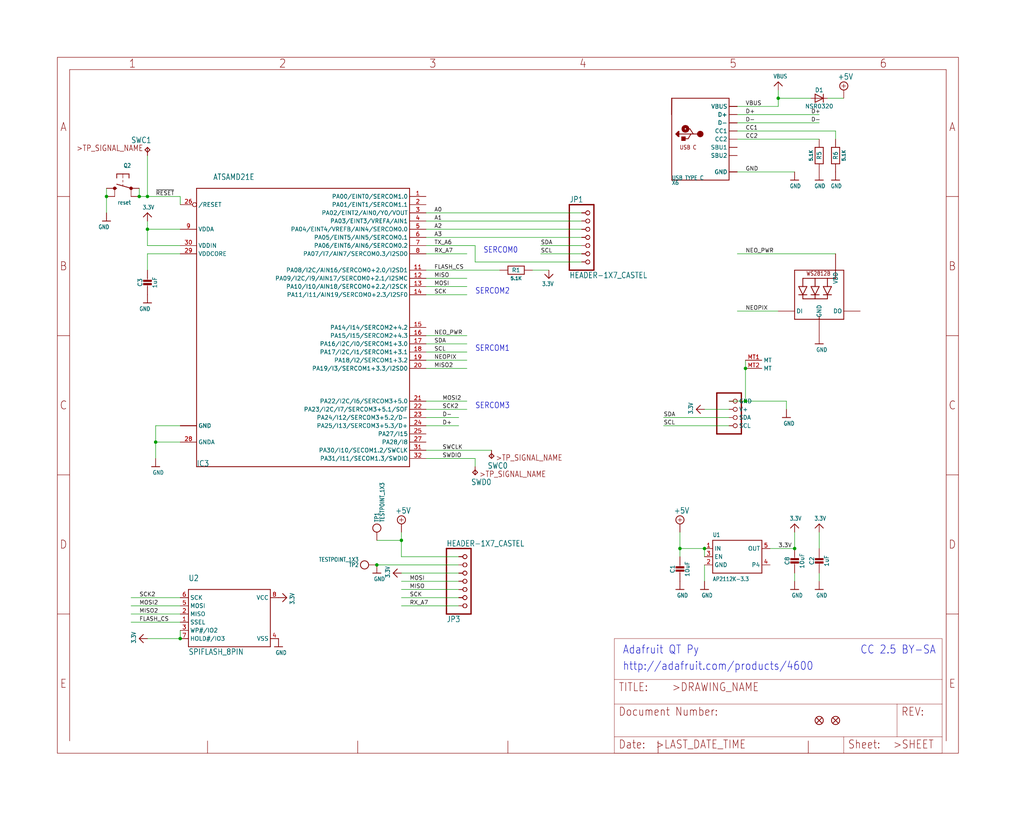
<source format=kicad_sch>
(kicad_sch (version 20211123) (generator eeschema)
  (paper "User" 317.5 254.406)
  (lib_symbols
    (symbol "eagleSchem-eagle-import:+5V" (power)
      (property "Value" "+5V" (at -1.905 3.175 0))
      (symbol "+5V_1_0"
        (polyline (pts (xy -0.635 1.27) (xy 0.635 1.27)) (stroke (width 0.1524)))
        (polyline (pts (xy 0 0.635) (xy 0 1.905)) (stroke (width 0.1524)))
        (circle (center 0 1.27) (radius 1.27) (stroke (width 0.254)))
        (pin power_in line (at 0 -2.54 90) (length 2.54) (name "+5V") (number "1"))
      )
    )
    (symbol "eagleSchem-eagle-import:3.3V" (power)
      (property "Value" "3.3V" (at -1.524 1.016 0))
      (symbol "3.3V_1_0"
        (polyline (pts (xy -1.27 -1.27) (xy 0 0)) (stroke (width 0.254)))
        (polyline (pts (xy 0 0) (xy 1.27 -1.27)) (stroke (width 0.254)))
        (pin power_in line (at 0 -2.54 90) (length 2.54) (name "3.3V") (number "1"))
      )
    )
    (symbol "eagleSchem-eagle-import:ATSAMD21E"
      (property "Reference" "IC" (at -35.56 -43.18 0))
      (property "Value" "ATSAMD21E" (at -30.48 45.72 0))
      (symbol "ATSAMD21E_1_0"
        (polyline (pts (xy -35.56 -43.18) (xy -35.56 43.18)) (stroke (width 0.254)))
        (polyline (pts (xy -35.56 43.18) (xy 30.48 43.18)) (stroke (width 0.254)))
        (polyline (pts (xy 30.48 -43.18) (xy -35.56 -43.18)) (stroke (width 0.254)))
        (polyline (pts (xy 30.48 43.18) (xy 30.48 -43.18)) (stroke (width 0.254)))
        (pin bidirectional line (at 35.56 40.64 180) (length 5.08) (name "PA00/EINT0/SERCOM1.0") (number "1"))
        (pin power_in line (at -40.64 -30.48 0) (length 5.08) (name "GND") (number "10"))
        (pin bidirectional line (at 35.56 17.78 180) (length 5.08) (name "PA08/I2C/AIN16/SERCOM0+2.0/I2SD1") (number "11"))
        (pin bidirectional line (at 35.56 15.24 180) (length 5.08) (name "PA09/I2C/I9/AIN17/SERCOM0+2.1/I2SMC") (number "12"))
        (pin bidirectional line (at 35.56 12.7 180) (length 5.08) (name "PA10/I10/AIN18/SERCOM0+2.2/I2SCK") (number "13"))
        (pin bidirectional line (at 35.56 10.16 180) (length 5.08) (name "PA11/I11/AIN19/SERCOM0+2.3/I2SF0") (number "14"))
        (pin bidirectional line (at 35.56 0 180) (length 5.08) (name "PA14/I14/SERCOM2+4.2") (number "15"))
        (pin bidirectional line (at 35.56 -2.54 180) (length 5.08) (name "PA15/I15/SERCOM2+4.3") (number "16"))
        (pin bidirectional line (at 35.56 -5.08 180) (length 5.08) (name "PA16/I2C/I0/SERCOM1+3.0") (number "17"))
        (pin bidirectional line (at 35.56 -7.62 180) (length 5.08) (name "PA17/I2C/I1/SERCOM1+3.1") (number "18"))
        (pin bidirectional line (at 35.56 -10.16 180) (length 5.08) (name "PA18/I2/SERCOM1+3.2") (number "19"))
        (pin bidirectional line (at 35.56 38.1 180) (length 5.08) (name "PA01/EINT1/SERCOM1.1") (number "2"))
        (pin bidirectional line (at 35.56 -12.7 180) (length 5.08) (name "PA19/I3/SERCOM1+3.3/I2SD0") (number "20"))
        (pin bidirectional line (at 35.56 -22.86 180) (length 5.08) (name "PA22/I2C/I6/SERCOM3+5.0") (number "21"))
        (pin bidirectional line (at 35.56 -25.4 180) (length 5.08) (name "PA23/I2C/I7/SERCOM3+5.1/SOF") (number "22"))
        (pin bidirectional line (at 35.56 -27.94 180) (length 5.08) (name "PA24/I12/SERCOM3+5.2/D-") (number "23"))
        (pin bidirectional line (at 35.56 -30.48 180) (length 5.08) (name "PA25/I13/SERCOM3+5.3/D+") (number "24"))
        (pin bidirectional line (at 35.56 -33.02 180) (length 5.08) (name "PA27/I15") (number "25"))
        (pin bidirectional inverted (at -40.64 38.1 0) (length 5.08) (name "/RESET") (number "26"))
        (pin bidirectional line (at 35.56 -35.56 180) (length 5.08) (name "PA28/I8") (number "27"))
        (pin power_in line (at -40.64 -35.56 0) (length 5.08) (name "GNDA") (number "28"))
        (pin power_in line (at -40.64 22.86 0) (length 5.08) (name "VDDCORE") (number "29"))
        (pin bidirectional line (at 35.56 35.56 180) (length 5.08) (name "PA02/EINT2/AIN0/Y0/VOUT") (number "3"))
        (pin power_in line (at -40.64 25.4 0) (length 5.08) (name "VDDIN") (number "30"))
        (pin bidirectional line (at 35.56 -38.1 180) (length 5.08) (name "PA30/I10/SECOM1.2/SWCLK") (number "31"))
        (pin bidirectional line (at 35.56 -40.64 180) (length 5.08) (name "PA31/I11/SECOM1.3/SWDIO") (number "32"))
        (pin power_in line (at -40.64 -30.48 0) (length 5.08) (name "GND") (number "33"))
        (pin bidirectional line (at 35.56 33.02 180) (length 5.08) (name "PA03/EINT3/VREFA/AIN1") (number "4"))
        (pin bidirectional line (at 35.56 30.48 180) (length 5.08) (name "PA04/EINT4/VREFB/AIN4/SERCOM0.0") (number "5"))
        (pin bidirectional line (at 35.56 27.94 180) (length 5.08) (name "PA05/EINT5/AIN5/SERCOM0.1") (number "6"))
        (pin bidirectional line (at 35.56 25.4 180) (length 5.08) (name "PA06/EINT6/AIN6/SERCOM0.2") (number "7"))
        (pin bidirectional line (at 35.56 22.86 180) (length 5.08) (name "PA07/I7/AIN7/SERCOM0.3/I2SD0") (number "8"))
        (pin power_in line (at -40.64 30.48 0) (length 5.08) (name "VDDA") (number "9"))
      )
    )
    (symbol "eagleSchem-eagle-import:CAP_CERAMIC_0402NO"
      (property "Reference" "C" (at -2.29 1.25 90))
      (property "Value" "CAP_CERAMIC_0402NO" (at 2.3 1.25 90))
      (symbol "CAP_CERAMIC_0402NO_1_0"
        (rectangle (start -1.27 0.508) (end 1.27 1.016) (fill (type outline)))
        (rectangle (start -1.27 1.524) (end 1.27 2.032) (fill (type outline)))
        (polyline (pts (xy 0 0.762) (xy 0 0)) (stroke (width 0.1524)))
        (polyline (pts (xy 0 2.54) (xy 0 1.778)) (stroke (width 0.1524)))
        (pin passive line (at 0 5.08 270) (length 2.54) (name "1") (number "1"))
        (pin passive line (at 0 -2.54 90) (length 2.54) (name "2") (number "2"))
      )
    )
    (symbol "eagleSchem-eagle-import:CAP_CERAMIC_0805MP"
      (property "Reference" "C" (at -2.29 1.25 90))
      (property "Value" "CAP_CERAMIC_0805MP" (at 2.3 1.25 90))
      (symbol "CAP_CERAMIC_0805MP_1_0"
        (rectangle (start -1.27 0.508) (end 1.27 1.016) (fill (type outline)))
        (rectangle (start -1.27 1.524) (end 1.27 2.032) (fill (type outline)))
        (polyline (pts (xy 0 0.762) (xy 0 0)) (stroke (width 0.1524)))
        (polyline (pts (xy 0 2.54) (xy 0 1.778)) (stroke (width 0.1524)))
        (pin passive line (at 0 5.08 270) (length 2.54) (name "1") (number "1"))
        (pin passive line (at 0 -2.54 90) (length 2.54) (name "2") (number "2"))
      )
    )
    (symbol "eagleSchem-eagle-import:DIODE_SOD323MINI"
      (property "Reference" "D" (at 0 2.54 0))
      (property "Value" "DIODE_SOD323MINI" (at 0 -2.5 0))
      (symbol "DIODE_SOD323MINI_1_0"
        (polyline (pts (xy -1.27 -1.27) (xy 1.27 0)) (stroke (width 0.254)))
        (polyline (pts (xy -1.27 1.27) (xy -1.27 -1.27)) (stroke (width 0.254)))
        (polyline (pts (xy 1.27 0) (xy -1.27 1.27)) (stroke (width 0.254)))
        (polyline (pts (xy 1.27 0) (xy 1.27 -1.27)) (stroke (width 0.254)))
        (polyline (pts (xy 1.27 1.27) (xy 1.27 0)) (stroke (width 0.254)))
        (pin passive line (at -2.54 0 0) (length 2.54) (name "A") (number "A"))
        (pin passive line (at 2.54 0 180) (length 2.54) (name "C") (number "C"))
      )
    )
    (symbol "eagleSchem-eagle-import:FIDUCIAL_1MM"
      (symbol "FIDUCIAL_1MM_1_0"
        (polyline (pts (xy -0.762 0.762) (xy 0.762 -0.762)) (stroke (width 0.254)))
        (polyline (pts (xy 0.762 0.762) (xy -0.762 -0.762)) (stroke (width 0.254)))
        (circle (center 0 0) (radius 1.27) (stroke (width 0.254)))
      )
    )
    (symbol "eagleSchem-eagle-import:FRAME_A_L"
      (symbol "FRAME_A_L_1_0"
        (polyline (pts (xy 0 43.18) (xy 3.81 43.18)))
        (polyline (pts (xy 0 86.36) (xy 3.81 86.36)))
        (polyline (pts (xy 0 129.54) (xy 3.81 129.54)))
        (polyline (pts (xy 0 172.72) (xy 3.81 172.72)))
        (polyline (pts (xy 3.81 3.81) (xy 3.81 212.09)))
        (polyline (pts (xy 46.5667 0) (xy 46.5667 3.81)))
        (polyline (pts (xy 93.1333 0) (xy 93.1333 3.81)))
        (polyline (pts (xy 139.7 0) (xy 139.7 3.81)))
        (polyline (pts (xy 186.2667 0) (xy 186.2667 3.81)))
        (polyline (pts (xy 232.8333 0) (xy 232.8333 3.81)))
        (polyline (pts (xy 275.59 3.81) (xy 275.59 212.09)))
        (polyline (pts (xy 275.59 43.18) (xy 279.4 43.18)))
        (polyline (pts (xy 275.59 86.36) (xy 279.4 86.36)))
        (polyline (pts (xy 275.59 129.54) (xy 279.4 129.54)))
        (polyline (pts (xy 275.59 172.72) (xy 279.4 172.72)))
        (polyline (pts (xy 275.59 212.09) (xy 3.81 212.09)))
        (polyline (pts (xy 0 0) (xy 279.4 0) (xy 279.4 215.9) (xy 0 215.9) (xy 0 0)))
        (text "1" (at 23.2833 213.995 0) (effects (font (size 2.54 2.286))))
        (text "2" (at 69.85 213.995 0) (effects (font (size 2.54 2.286))))
        (text "3" (at 116.4167 213.995 0) (effects (font (size 2.54 2.286))))
        (text "4" (at 162.9833 213.995 0) (effects (font (size 2.54 2.286))))
        (text "5" (at 209.55 213.995 0) (effects (font (size 2.54 2.286))))
        (text "6" (at 256.1167 213.995 0) (effects (font (size 2.54 2.286))))
        (text "A" (at 1.905 194.31 0) (effects (font (size 2.54 2.286))))
        (text "A" (at 277.495 194.31 0) (effects (font (size 2.54 2.286))))
        (text "B" (at 1.905 151.13 0) (effects (font (size 2.54 2.286))))
        (text "B" (at 277.495 151.13 0) (effects (font (size 2.54 2.286))))
        (text "C" (at 1.905 107.95 0) (effects (font (size 2.54 2.286))))
        (text "C" (at 277.495 107.95 0) (effects (font (size 2.54 2.286))))
        (text "D" (at 1.905 64.77 0) (effects (font (size 2.54 2.286))))
        (text "D" (at 277.495 64.77 0) (effects (font (size 2.54 2.286))))
        (text "E" (at 1.905 21.59 0) (effects (font (size 2.54 2.286))))
        (text "E" (at 277.495 21.59 0) (effects (font (size 2.54 2.286))))
      )
      (symbol "FRAME_A_L_2_0"
        (polyline (pts (xy 0 0) (xy 0 5.08)) (stroke (width 0.1016)))
        (polyline (pts (xy 0 0) (xy 71.12 0)) (stroke (width 0.1016)))
        (polyline (pts (xy 0 5.08) (xy 0 15.24)) (stroke (width 0.1016)))
        (polyline (pts (xy 0 5.08) (xy 71.12 5.08)) (stroke (width 0.1016)))
        (polyline (pts (xy 0 15.24) (xy 0 22.86)) (stroke (width 0.1016)))
        (polyline (pts (xy 0 22.86) (xy 0 35.56)) (stroke (width 0.1016)))
        (polyline (pts (xy 0 22.86) (xy 101.6 22.86)) (stroke (width 0.1016)))
        (polyline (pts (xy 71.12 0) (xy 101.6 0)) (stroke (width 0.1016)))
        (polyline (pts (xy 71.12 5.08) (xy 71.12 0)) (stroke (width 0.1016)))
        (polyline (pts (xy 71.12 5.08) (xy 87.63 5.08)) (stroke (width 0.1016)))
        (polyline (pts (xy 87.63 5.08) (xy 101.6 5.08)) (stroke (width 0.1016)))
        (polyline (pts (xy 87.63 15.24) (xy 0 15.24)) (stroke (width 0.1016)))
        (polyline (pts (xy 87.63 15.24) (xy 87.63 5.08)) (stroke (width 0.1016)))
        (polyline (pts (xy 101.6 5.08) (xy 101.6 0)) (stroke (width 0.1016)))
        (polyline (pts (xy 101.6 15.24) (xy 87.63 15.24)) (stroke (width 0.1016)))
        (polyline (pts (xy 101.6 15.24) (xy 101.6 5.08)) (stroke (width 0.1016)))
        (polyline (pts (xy 101.6 22.86) (xy 101.6 15.24)) (stroke (width 0.1016)))
        (polyline (pts (xy 101.6 35.56) (xy 0 35.56)) (stroke (width 0.1016)))
        (polyline (pts (xy 101.6 35.56) (xy 101.6 22.86)) (stroke (width 0.1016)))
        (text ">DRAWING_NAME" (at 17.78 19.05 0) (effects (font (size 2.54 2.159)) (justify left bottom)))
        (text ">LAST_DATE_TIME" (at 12.7 1.27 0) (effects (font (size 2.54 2.159)) (justify left bottom)))
        (text ">SHEET" (at 86.36 1.27 0) (effects (font (size 2.54 2.159)) (justify left bottom)))
        (text "Date:" (at 1.27 1.27 0) (effects (font (size 2.54 2.159)) (justify left bottom)))
        (text "Document Number:" (at 1.27 11.43 0) (effects (font (size 2.54 2.159)) (justify left bottom)))
        (text "REV:" (at 88.9 11.43 0) (effects (font (size 2.54 2.159)) (justify left bottom)))
        (text "Sheet:" (at 72.39 1.27 0) (effects (font (size 2.54 2.159)) (justify left bottom)))
        (text "TITLE:" (at 1.27 19.05 0) (effects (font (size 2.54 2.159)) (justify left bottom)))
      )
    )
    (symbol "eagleSchem-eagle-import:GND" (power)
      (property "Value" "GND" (at -1.524 -2.54 0))
      (symbol "GND_1_0"
        (polyline (pts (xy -1.27 0) (xy 1.27 0)) (stroke (width 0.254)))
        (pin power_in line (at 0 2.54 270) (length 2.54) (name "GND") (number "1"))
      )
    )
    (symbol "eagleSchem-eagle-import:HEADER-1X7_CASTEL"
      (property "Reference" "JP" (at -6.35 10.795 0))
      (property "Value" "HEADER-1X7_CASTEL" (at -6.35 -12.7 0))
      (symbol "HEADER-1X7_CASTEL_1_0"
        (polyline (pts (xy -6.35 -10.16) (xy 1.27 -10.16)) (stroke (width 0.4064)))
        (polyline (pts (xy -6.35 10.16) (xy -6.35 -10.16)) (stroke (width 0.4064)))
        (polyline (pts (xy 1.27 -10.16) (xy 1.27 10.16)) (stroke (width 0.4064)))
        (polyline (pts (xy 1.27 10.16) (xy -6.35 10.16)) (stroke (width 0.4064)))
        (pin passive inverted (at -2.54 7.62 0) (length 2.54) (name "1") (number "1"))
        (pin passive inverted (at -2.54 7.62 0) (length 2.54) (name "1") (number "1C"))
        (pin passive inverted (at -2.54 5.08 0) (length 2.54) (name "2") (number "2"))
        (pin passive inverted (at -2.54 5.08 0) (length 2.54) (name "2") (number "2C"))
        (pin passive inverted (at -2.54 2.54 0) (length 2.54) (name "3") (number "3"))
        (pin passive inverted (at -2.54 2.54 0) (length 2.54) (name "3") (number "3C"))
        (pin passive inverted (at -2.54 0 0) (length 2.54) (name "4") (number "4"))
        (pin passive inverted (at -2.54 0 0) (length 2.54) (name "4") (number "4C"))
        (pin passive inverted (at -2.54 -2.54 0) (length 2.54) (name "5") (number "5"))
        (pin passive inverted (at -2.54 -2.54 0) (length 2.54) (name "5") (number "5C"))
        (pin passive inverted (at -2.54 -5.08 0) (length 2.54) (name "6") (number "6"))
        (pin passive inverted (at -2.54 -5.08 0) (length 2.54) (name "6") (number "6C"))
        (pin passive inverted (at -2.54 -7.62 0) (length 2.54) (name "7") (number "7"))
        (pin passive inverted (at -2.54 -7.62 0) (length 2.54) (name "7") (number "7C"))
      )
    )
    (symbol "eagleSchem-eagle-import:RESISTOR_0402NO"
      (property "Reference" "R" (at 0 2.54 0))
      (property "Value" "RESISTOR_0402NO" (at 0 0 0))
      (symbol "RESISTOR_0402NO_1_0"
        (polyline (pts (xy -2.54 -1.27) (xy -2.54 1.27)) (stroke (width 0.254)))
        (polyline (pts (xy -2.54 1.27) (xy 2.54 1.27)) (stroke (width 0.254)))
        (polyline (pts (xy 2.54 -1.27) (xy -2.54 -1.27)) (stroke (width 0.254)))
        (polyline (pts (xy 2.54 1.27) (xy 2.54 -1.27)) (stroke (width 0.254)))
        (pin passive line (at -5.08 0 0) (length 2.54) (name "1") (number "1"))
        (pin passive line (at 5.08 0 180) (length 2.54) (name "2") (number "2"))
      )
    )
    (symbol "eagleSchem-eagle-import:SPIFLASH_8PIN"
      (property "Reference" "U" (at -12.7 12.7 0))
      (property "Value" "SPIFLASH_8PIN" (at -12.7 -10.16 0))
      (symbol "SPIFLASH_8PIN_1_0"
        (polyline (pts (xy -12.7 -7.62) (xy -12.7 10.16)) (stroke (width 0.254)))
        (polyline (pts (xy -12.7 10.16) (xy 12.7 10.16)) (stroke (width 0.254)))
        (polyline (pts (xy 12.7 -7.62) (xy -12.7 -7.62)) (stroke (width 0.254)))
        (polyline (pts (xy 12.7 10.16) (xy 12.7 -7.62)) (stroke (width 0.254)))
        (pin bidirectional line (at -15.24 0 0) (length 2.54) (name "SSEL") (number "1"))
        (pin bidirectional line (at -15.24 2.54 0) (length 2.54) (name "MISO") (number "2"))
        (pin bidirectional line (at -15.24 -2.54 0) (length 2.54) (name "WP#/IO2") (number "3"))
        (pin bidirectional line (at 15.24 -5.08 180) (length 2.54) (name "VSS") (number "4"))
        (pin bidirectional line (at -15.24 5.08 0) (length 2.54) (name "MOSI") (number "5"))
        (pin bidirectional line (at -15.24 7.62 0) (length 2.54) (name "SCK") (number "6"))
        (pin bidirectional line (at -15.24 -5.08 0) (length 2.54) (name "HOLD#/IO3") (number "7"))
        (pin bidirectional line (at 15.24 7.62 180) (length 2.54) (name "VCC") (number "8"))
      )
    )
    (symbol "eagleSchem-eagle-import:STEMMA_I2C_QTSKINNY"
      (symbol "STEMMA_I2C_QTSKINNY_1_0"
        (polyline (pts (xy -3.81 -5.08) (xy 3.81 -5.08)) (stroke (width 0.4064)))
        (polyline (pts (xy -3.81 7.62) (xy -3.81 -5.08)) (stroke (width 0.4064)))
        (polyline (pts (xy 3.81 -5.08) (xy 3.81 7.62)) (stroke (width 0.4064)))
        (polyline (pts (xy 3.81 7.62) (xy -3.81 7.62)) (stroke (width 0.4064)))
        (pin passive inverted (at 0 5.08 0) (length 2.54) (name "GND") (number "1"))
        (pin passive inverted (at 0 2.54 0) (length 2.54) (name "V+") (number "2"))
        (pin passive inverted (at 0 0 0) (length 2.54) (name "SDA") (number "3"))
        (pin passive inverted (at 0 -2.54 0) (length 2.54) (name "SCL") (number "4"))
      )
      (symbol "STEMMA_I2C_QTSKINNY_2_0"
        (pin bidirectional line (at 0 0 0) (length 5.08) (name "MT") (number "MT1"))
      )
      (symbol "STEMMA_I2C_QTSKINNY_3_0"
        (pin bidirectional line (at 0 0 0) (length 5.08) (name "MT") (number "MT2"))
      )
    )
    (symbol "eagleSchem-eagle-import:SWITCH_TACT_SMT4.6X2.8"
      (property "Reference" "SW" (at -2.54 6.35 0))
      (property "Value" "SWITCH_TACT_SMT4.6X2.8" (at -2.54 -5.08 0))
      (symbol "SWITCH_TACT_SMT4.6X2.8_1_0"
        (circle (center -2.54 0) (radius 0.127) (stroke (width 0.4064)))
        (polyline (pts (xy -2.54 -2.54) (xy -2.54 0)) (stroke (width 0.1524)))
        (polyline (pts (xy -2.54 0) (xy 1.905 1.27)) (stroke (width 0.254)))
        (polyline (pts (xy -1.905 4.445) (xy -1.905 3.175)) (stroke (width 0.254)))
        (polyline (pts (xy 0 1.27) (xy 0 0.635)) (stroke (width 0.1524)))
        (polyline (pts (xy 0 2.54) (xy 0 1.905)) (stroke (width 0.1524)))
        (polyline (pts (xy 0 4.445) (xy -1.905 4.445)) (stroke (width 0.254)))
        (polyline (pts (xy 0 4.445) (xy 0 3.175)) (stroke (width 0.1524)))
        (polyline (pts (xy 1.905 0) (xy 2.54 0)) (stroke (width 0.254)))
        (polyline (pts (xy 1.905 4.445) (xy 0 4.445)) (stroke (width 0.254)))
        (polyline (pts (xy 1.905 4.445) (xy 1.905 3.175)) (stroke (width 0.254)))
        (polyline (pts (xy 2.54 -2.54) (xy 2.54 0)) (stroke (width 0.1524)))
        (circle (center 2.54 0) (radius 0.127) (stroke (width 0.4064)))
        (pin passive line (at -5.08 0 0) (length 2.54) (name "P") (number "A"))
        (pin passive line (at -5.08 -2.54 0) (length 2.54) (name "P1") (number "A'"))
        (pin passive line (at 5.08 0 180) (length 2.54) (name "S") (number "B"))
        (pin passive line (at 5.08 -2.54 180) (length 2.54) (name "S1") (number "B'"))
      )
    )
    (symbol "eagleSchem-eagle-import:TESTPOINT_1X3"
      (property "Reference" "TP" (at 0 5.588 90))
      (property "Value" "TESTPOINT_1X3" (at 1.651 5.588 90))
      (symbol "TESTPOINT_1X3_1_0"
        (circle (center 0 3.81) (radius 1.27) (stroke (width 0.254)))
        (pin bidirectional line (at 0 0 90) (length 2.54) (name "P$1") (number "P$1"))
      )
    )
    (symbol "eagleSchem-eagle-import:TPB1,27"
      (property "Reference" "TP" (at -1.27 1.27 0))
      (symbol "TPB1,27_1_0"
        (polyline (pts (xy -0.762 -0.762) (xy 0 0)) (stroke (width 0.254)))
        (polyline (pts (xy 0 -1.524) (xy -0.762 -0.762)) (stroke (width 0.254)))
        (polyline (pts (xy 0 0) (xy 0.762 -0.762)) (stroke (width 0.254)))
        (polyline (pts (xy 0.762 -0.762) (xy 0 -1.524)) (stroke (width 0.254)))
        (text ">TP_SIGNAL_NAME" (at 1.27 -1.27 0) (effects (font (size 1.778 1.5113)) (justify left bottom)))
        (pin input line (at 0 -2.54 90) (length 2.54) (name "TP") (number "TP"))
      )
    )
    (symbol "eagleSchem-eagle-import:USB_C"
      (property "Reference" "X" (at -10.16 13.716 0))
      (property "Value" "USB_C" (at -10.16 -15.24 0))
      (symbol "USB_C_1_0"
        (rectangle (start -7.12 -0.45) (end -5.92 0.75) (fill (type outline)))
        (circle (center -5.92 3.2) (radius 0.2) (stroke (width 1)))
        (circle (center -1.32 1.6) (radius 0.5) (stroke (width 1)))
        (polyline (pts (xy -10.2 7.62) (xy -10.16 12.7)) (stroke (width 0.254)))
        (polyline (pts (xy -10.16 -12.7) (xy 7.62 -12.7)) (stroke (width 0.254)))
        (polyline (pts (xy -10.16 12.7) (xy -10.16 -12.7)) (stroke (width 0.254)))
        (polyline (pts (xy -10.16 12.7) (xy 7.62 12.7)) (stroke (width 0.254)))
        (polyline (pts (xy -8.92 1.6) (xy -8.12 2.4)) (stroke (width 0.254)))
        (polyline (pts (xy -8.52 1.4) (xy -8.32 1.2)) (stroke (width 0.254)))
        (polyline (pts (xy -8.52 1.6) (xy -8.52 1.4)) (stroke (width 0.254)))
        (polyline (pts (xy -8.32 1.2) (xy -8.32 2)) (stroke (width 0.254)))
        (polyline (pts (xy -8.32 2) (xy -8.72 1.6)) (stroke (width 0.254)))
        (polyline (pts (xy -8.12 0.8) (xy -8.92 1.6)) (stroke (width 0.254)))
        (polyline (pts (xy -8.12 1) (xy -8.12 2.4)) (stroke (width 0.254)))
        (polyline (pts (xy -8.12 2.4) (xy -7.92 2.4)) (stroke (width 0.254)))
        (polyline (pts (xy -7.92 0.8) (xy -8.12 0.8)) (stroke (width 0.254)))
        (polyline (pts (xy -7.92 1.6) (xy -7.92 0.8)) (stroke (width 0.254)))
        (polyline (pts (xy -7.92 2.4) (xy -7.92 1.6)) (stroke (width 0.254)))
        (polyline (pts (xy -6.27 0.15) (xy -5.07 0.15)) (stroke (width 0.254)))
        (polyline (pts (xy -5.52 3.2) (xy -4.52 3.2)) (stroke (width 0.254)))
        (polyline (pts (xy -5.07 0.15) (xy -4.22 1.6)) (stroke (width 0.254)))
        (polyline (pts (xy -4.52 3.2) (xy -3.47 1.6)) (stroke (width 0.254)))
        (polyline (pts (xy -4.22 1.6) (xy -7.92 1.6)) (stroke (width 0.254)))
        (polyline (pts (xy -3.47 1.6) (xy -4.22 1.6)) (stroke (width 0.254)))
        (polyline (pts (xy -1.32 1.6) (xy -3.47 1.6)) (stroke (width 0.254)))
        (polyline (pts (xy 7.62 12.7) (xy 7.62 -12.7)) (stroke (width 0.254)))
        (text "USB C" (at -5.08 -2.54 0) (effects (font (size 1.27 1.0795))))
        (pin power_in line (at 10.16 -10.16 180) (length 2.54) (name "GND") (number "A1B12"))
        (pin power_in line (at 10.16 10.16 180) (length 2.54) (name "VBUS") (number "A4B9"))
        (pin bidirectional line (at 10.16 2.54 180) (length 2.54) (name "CC1") (number "A5"))
        (pin bidirectional line (at 10.16 7.62 180) (length 2.54) (name "D+") (number "A6"))
        (pin bidirectional line (at 10.16 5.08 180) (length 2.54) (name "D-") (number "A7"))
        (pin bidirectional line (at 10.16 -2.54 180) (length 2.54) (name "SBU1") (number "A8"))
        (pin power_in line (at 10.16 -10.16 180) (length 2.54) (name "GND") (number "B1A12"))
        (pin power_in line (at 10.16 10.16 180) (length 2.54) (name "VBUS") (number "B4A9"))
        (pin bidirectional line (at 10.16 0 180) (length 2.54) (name "CC2") (number "B5"))
        (pin bidirectional line (at 10.16 7.62 180) (length 2.54) (name "D+") (number "B6"))
        (pin bidirectional line (at 10.16 5.08 180) (length 2.54) (name "D-") (number "B7"))
        (pin bidirectional line (at 10.16 -5.08 180) (length 2.54) (name "SBU2") (number "B8"))
      )
    )
    (symbol "eagleSchem-eagle-import:VBUS" (power)
      (property "Value" "VBUS" (at -1.524 1.016 0))
      (symbol "VBUS_1_0"
        (polyline (pts (xy -1.27 -1.27) (xy 0 0)) (stroke (width 0.254)))
        (polyline (pts (xy 0 0) (xy 1.27 -1.27)) (stroke (width 0.254)))
        (pin power_in line (at 0 -2.54 90) (length 2.54) (name "VBUS") (number "1"))
      )
    )
    (symbol "eagleSchem-eagle-import:VREG_SOT23-5"
      (property "Reference" "U" (at -7.62 6.096 0))
      (property "Value" "VREG_SOT23-5" (at -7.62 -7.62 0))
      (symbol "VREG_SOT23-5_1_0"
        (polyline (pts (xy -7.62 -5.08) (xy -7.62 5.08)) (stroke (width 0.254)))
        (polyline (pts (xy -7.62 5.08) (xy 7.62 5.08)) (stroke (width 0.254)))
        (polyline (pts (xy 7.62 -5.08) (xy -7.62 -5.08)) (stroke (width 0.254)))
        (polyline (pts (xy 7.62 5.08) (xy 7.62 -5.08)) (stroke (width 0.254)))
        (pin power_in line (at -10.16 2.54 0) (length 2.54) (name "IN") (number "1"))
        (pin power_in line (at -10.16 -2.54 0) (length 2.54) (name "GND") (number "2"))
        (pin input line (at -10.16 0 0) (length 2.54) (name "EN") (number "3"))
        (pin bidirectional line (at 10.16 -2.54 180) (length 2.54) (name "P4") (number "4"))
        (pin power_in line (at 10.16 2.54 180) (length 2.54) (name "OUT") (number "5"))
      )
    )
    (symbol "eagleSchem-eagle-import:WS2812B_SK6805_1515"
      (symbol "WS2812B_SK6805_1515_1_0"
        (polyline (pts (xy -7.62 -5.08) (xy 0 -5.08)) (stroke (width 0.254)))
        (polyline (pts (xy -7.62 -2.54) (xy -7.62 -5.08)) (stroke (width 0.254)))
        (polyline (pts (xy -7.62 10.16) (xy -7.62 -2.54)) (stroke (width 0.254)))
        (polyline (pts (xy -6.35 2.54) (xy -5.08 2.54)) (stroke (width 0.254)))
        (polyline (pts (xy -6.35 5.08) (xy -5.08 5.08)) (stroke (width 0.254)))
        (polyline (pts (xy -5.08 2.54) (xy -6.35 5.08)) (stroke (width 0.254)))
        (polyline (pts (xy -5.08 2.54) (xy -5.08 1.27)) (stroke (width 0.254)))
        (polyline (pts (xy -5.08 2.54) (xy -3.81 5.08)) (stroke (width 0.254)))
        (polyline (pts (xy -5.08 5.08) (xy -3.81 5.08)) (stroke (width 0.254)))
        (polyline (pts (xy -5.08 7.62) (xy -5.08 5.08)) (stroke (width 0.254)))
        (polyline (pts (xy -3.81 2.54) (xy -5.08 2.54)) (stroke (width 0.254)))
        (polyline (pts (xy -2.54 2.54) (xy -1.27 2.54)) (stroke (width 0.254)))
        (polyline (pts (xy -2.54 5.08) (xy 0 5.08)) (stroke (width 0.254)))
        (polyline (pts (xy -1.27 1.27) (xy -5.08 1.27)) (stroke (width 0.254)))
        (polyline (pts (xy -1.27 2.54) (xy -2.54 5.08)) (stroke (width 0.254)))
        (polyline (pts (xy -1.27 2.54) (xy -1.27 1.27)) (stroke (width 0.254)))
        (polyline (pts (xy -1.27 2.54) (xy 0 2.54)) (stroke (width 0.254)))
        (polyline (pts (xy -1.27 5.08) (xy -1.27 7.62)) (stroke (width 0.254)))
        (polyline (pts (xy -1.27 7.62) (xy -5.08 7.62)) (stroke (width 0.254)))
        (polyline (pts (xy 0 -5.08) (xy 7.62 -5.08)) (stroke (width 0.254)))
        (polyline (pts (xy 0 -4.064) (xy 0 -5.08)) (stroke (width 0.254)))
        (polyline (pts (xy 0 5.08) (xy -1.27 2.54)) (stroke (width 0.254)))
        (polyline (pts (xy 1.27 5.08) (xy 2.54 2.54)) (stroke (width 0.254)))
        (polyline (pts (xy 1.27 5.08) (xy 2.54 5.08)) (stroke (width 0.254)))
        (polyline (pts (xy 2.54 1.27) (xy -1.27 1.27)) (stroke (width 0.254)))
        (polyline (pts (xy 2.54 2.54) (xy 1.27 2.54)) (stroke (width 0.254)))
        (polyline (pts (xy 2.54 2.54) (xy 2.54 1.27)) (stroke (width 0.254)))
        (polyline (pts (xy 2.54 2.54) (xy 3.81 2.54)) (stroke (width 0.254)))
        (polyline (pts (xy 2.54 2.54) (xy 3.81 5.08)) (stroke (width 0.254)))
        (polyline (pts (xy 2.54 5.08) (xy 2.54 7.62)) (stroke (width 0.254)))
        (polyline (pts (xy 2.54 7.62) (xy -1.27 7.62)) (stroke (width 0.254)))
        (polyline (pts (xy 2.54 7.62) (xy 5.08 7.62)) (stroke (width 0.254)))
        (polyline (pts (xy 3.81 5.08) (xy 2.54 5.08)) (stroke (width 0.254)))
        (polyline (pts (xy 5.08 10.16) (xy -7.62 10.16)) (stroke (width 0.254)))
        (polyline (pts (xy 5.08 10.16) (xy 5.08 7.62)) (stroke (width 0.254)))
        (polyline (pts (xy 7.62 -5.08) (xy 7.62 -2.54)) (stroke (width 0.254)))
        (polyline (pts (xy 7.62 -2.54) (xy 7.62 10.16)) (stroke (width 0.254)))
        (polyline (pts (xy 7.62 10.16) (xy 5.08 10.16)) (stroke (width 0.254)))
        (text "WS2812B" (at -4.064 8.382 0) (effects (font (size 1.27 1.0795)) (justify left bottom)))
        (pin input line (at -12.7 -2.54 0) (length 5.08) (name "DI") (number "1"))
        (pin power_in line (at 5.08 15.24 270) (length 5.08) (name "VDD") (number "2"))
        (pin output line (at 12.7 -2.54 180) (length 5.08) (name "DO") (number "3"))
        (pin power_in line (at 0 -10.16 90) (length 5.08) (name "GND") (number "4"))
      )
    )
  )
  (junction (at 33.02 60.96))
  (junction (at 116.84 175.26))
  (junction (at 231.14 114.3))
  (junction (at 48.26 137.16))
  (junction (at 124.46 167.64))
  (junction (at 246.38 170.18))
  (junction (at 43.18 60.96))
  (junction (at 45.72 60.96))
  (junction (at 45.72 71.12))
  (junction (at 231.14 124.46))
  (junction (at 55.88 198.12))
  (junction (at 218.44 170.18))
  (junction (at 210.82 170.18))
  (junction (at 241.3 30.48))
  (wire (pts (xy 55.88 132.08) (xy 48.26 132.08)))
  (wire (pts (xy 132.08 142.24) (xy 147.32 142.24)))
  (wire (pts (xy 132.08 78.74) (xy 144.78 78.74)))
  (wire (pts (xy 180.34 68.58) (xy 132.08 68.58)))
  (wire (pts (xy 226.06 124.46) (xy 231.14 124.46)))
  (wire (pts (xy 55.88 193.04) (xy 40.64 193.04)))
  (wire (pts (xy 55.88 185.42) (xy 40.64 185.42)))
  (wire (pts (xy 241.3 27.94) (xy 241.3 30.48)))
  (wire (pts (xy 132.08 88.9) (xy 144.78 88.9)))
  (wire (pts (xy 246.38 165.1) (xy 246.38 170.18)))
  (wire (pts (xy 43.18 60.96) (xy 43.18 58.42)))
  (wire (pts (xy 147.32 142.24) (xy 147.32 144.78)))
  (wire (pts (xy 238.76 170.18) (xy 246.38 170.18)))
  (wire (pts (xy 132.08 111.76) (xy 144.78 111.76)))
  (wire (pts (xy 226.06 129.54) (xy 205.74 129.54)))
  (wire (pts (xy 210.82 170.18) (xy 218.44 170.18)))
  (wire (pts (xy 231.14 111.76) (xy 231.14 114.3)))
  (wire (pts (xy 132.08 83.82) (xy 154.94 83.82)))
  (wire (pts (xy 45.72 60.96) (xy 55.88 60.96)))
  (wire (pts (xy 147.32 76.2) (xy 147.32 81.28)))
  (wire (pts (xy 55.88 60.96) (xy 55.88 63.5)))
  (wire (pts (xy 48.26 132.08) (xy 48.26 137.16)))
  (wire (pts (xy 132.08 139.7) (xy 152.4 139.7)))
  (wire (pts (xy 33.02 66.04) (xy 33.02 60.96)))
  (wire (pts (xy 228.6 43.18) (xy 254 43.18)))
  (wire (pts (xy 55.88 71.12) (xy 45.72 71.12)))
  (wire (pts (xy 40.64 187.96) (xy 55.88 187.96)))
  (wire (pts (xy 132.08 76.2) (xy 147.32 76.2)))
  (wire (pts (xy 45.72 76.2) (xy 45.72 71.12)))
  (wire (pts (xy 218.44 175.26) (xy 218.44 180.34)))
  (wire (pts (xy 43.18 60.96) (xy 45.72 60.96)))
  (wire (pts (xy 226.06 132.08) (xy 205.74 132.08)))
  (wire (pts (xy 241.3 30.48) (xy 251.46 30.48)))
  (wire (pts (xy 132.08 66.04) (xy 180.34 66.04)))
  (wire (pts (xy 142.24 185.42) (xy 124.46 185.42)))
  (wire (pts (xy 259.08 78.74) (xy 228.6 78.74)))
  (wire (pts (xy 180.34 78.74) (xy 167.64 78.74)))
  (wire (pts (xy 132.08 86.36) (xy 144.78 86.36)))
  (wire (pts (xy 254 165.1) (xy 254 170.18)))
  (wire (pts (xy 55.88 78.74) (xy 45.72 78.74)))
  (wire (pts (xy 132.08 129.54) (xy 142.24 129.54)))
  (wire (pts (xy 218.44 172.72) (xy 218.44 170.18)))
  (wire (pts (xy 142.24 132.08) (xy 132.08 132.08)))
  (wire (pts (xy 124.46 172.72) (xy 124.46 167.64)))
  (wire (pts (xy 170.18 83.82) (xy 165.1 83.82)))
  (wire (pts (xy 180.34 81.28) (xy 147.32 81.28)))
  (wire (pts (xy 142.24 172.72) (xy 124.46 172.72)))
  (wire (pts (xy 45.72 48.26) (xy 45.72 60.96)))
  (wire (pts (xy 132.08 106.68) (xy 144.78 106.68)))
  (wire (pts (xy 45.72 71.12) (xy 45.72 68.58)))
  (wire (pts (xy 241.3 96.52) (xy 228.6 96.52)))
  (wire (pts (xy 116.84 167.64) (xy 124.46 167.64)))
  (wire (pts (xy 132.08 91.44) (xy 144.78 91.44)))
  (wire (pts (xy 142.24 182.88) (xy 124.46 182.88)))
  (wire (pts (xy 132.08 127) (xy 144.78 127)))
  (wire (pts (xy 228.6 35.56) (xy 254 35.56)))
  (wire (pts (xy 256.54 30.48) (xy 261.62 30.48)))
  (wire (pts (xy 45.72 78.74) (xy 45.72 83.82)))
  (wire (pts (xy 243.84 124.46) (xy 243.84 127)))
  (wire (pts (xy 167.64 76.2) (xy 180.34 76.2)))
  (wire (pts (xy 142.24 175.26) (xy 116.84 175.26)))
  (wire (pts (xy 132.08 71.12) (xy 180.34 71.12)))
  (wire (pts (xy 228.6 38.1) (xy 254 38.1)))
  (wire (pts (xy 228.6 40.64) (xy 259.08 40.64)))
  (wire (pts (xy 246.38 180.34) (xy 246.38 177.8)))
  (wire (pts (xy 142.24 177.8) (xy 124.46 177.8)))
  (wire (pts (xy 246.38 53.34) (xy 228.6 53.34)))
  (wire (pts (xy 142.24 180.34) (xy 124.46 180.34)))
  (wire (pts (xy 254 180.34) (xy 254 177.8)))
  (wire (pts (xy 226.06 127) (xy 218.44 127)))
  (wire (pts (xy 180.34 73.66) (xy 132.08 73.66)))
  (wire (pts (xy 45.72 198.12) (xy 55.88 198.12)))
  (wire (pts (xy 142.24 187.96) (xy 124.46 187.96)))
  (wire (pts (xy 40.64 190.5) (xy 55.88 190.5)))
  (wire (pts (xy 241.3 30.48) (xy 241.3 33.02)))
  (wire (pts (xy 259.08 40.64) (xy 259.08 43.18)))
  (wire (pts (xy 231.14 124.46) (xy 243.84 124.46)))
  (wire (pts (xy 55.88 137.16) (xy 48.26 137.16)))
  (wire (pts (xy 55.88 198.12) (xy 55.88 195.58)))
  (wire (pts (xy 231.14 114.3) (xy 231.14 124.46)))
  (wire (pts (xy 132.08 104.14) (xy 144.78 104.14)))
  (wire (pts (xy 124.46 167.64) (xy 124.46 165.1)))
  (wire (pts (xy 55.88 76.2) (xy 45.72 76.2)))
  (wire (pts (xy 132.08 114.3) (xy 144.78 114.3)))
  (wire (pts (xy 33.02 58.42) (xy 33.02 60.96)))
  (wire (pts (xy 144.78 109.22) (xy 132.08 109.22)))
  (wire (pts (xy 210.82 165.1) (xy 210.82 170.18)))
  (wire (pts (xy 132.08 124.46) (xy 144.78 124.46)))
  (wire (pts (xy 48.26 137.16) (xy 48.26 142.24)))
  (wire (pts (xy 210.82 172.72) (xy 210.82 170.18)))
  (wire (pts (xy 241.3 33.02) (xy 228.6 33.02)))
  (text "SERCOM3" (at 147.32 127 180) (effects (font (size 1.778 1.5113)) (justify left bottom)))
  (text "SERCOM2" (at 147.32 91.44 180) (effects (font (size 1.778 1.5113)) (justify left bottom)))
  (text "Adafruit QT Py" (at 193.04 203.2 180) (effects (font (size 2.54 2.159)) (justify left bottom)))
  (text "SERCOM1" (at 147.32 109.22 180) (effects (font (size 1.778 1.5113)) (justify left bottom)))
  (text "SERCOM0" (at 149.86 78.74 180) (effects (font (size 1.778 1.5113)) (justify left bottom)))
  (text "http://adafruit.com/products/4600" (at 193.04 208.28 180) (effects (font (size 2.54 2.159)) (justify left bottom)))
  (text "CC 2.5 BY-SA" (at 266.7 203.2 180) (effects (font (size 2.54 2.159)) (justify left bottom)))
  (label "MISO2" (at 134.62 114.3 0) (effects (font (size 1.2446 1.2446))))
  (label "D+" (at 231.14 35.56 0) (effects (font (size 1.2446 1.2446))))
  (label "VBUS" (at 231.14 33.02 0) (effects (font (size 1.2446 1.2446))))
  (label "3.3V" (at 241.3 170.18 0) (effects (font (size 1.2446 1.2446))))
  (label "MOSI2" (at 137.16 124.46 0) (effects (font (size 1.2446 1.2446))))
  (label "MISO2" (at 43.18 190.5 0) (effects (font (size 1.2446 1.2446))))
  (label "SWDIO" (at 137.16 142.24 0) (effects (font (size 1.2446 1.2446))))
  (label "SCK" (at 134.62 91.44 0) (effects (font (size 1.2446 1.2446))))
  (label "A3" (at 134.62 73.66 0) (effects (font (size 1.2446 1.2446))))
  (label "SCL" (at 167.64 78.74 0) (effects (font (size 1.2446 1.2446))))
  (label "SDA" (at 205.74 129.54 0) (effects (font (size 1.2446 1.2446))))
  (label "MISO" (at 134.62 86.36 0) (effects (font (size 1.2446 1.2446))))
  (label "MOSI" (at 134.62 88.9 0) (effects (font (size 1.2446 1.2446))))
  (label "NEOPIX" (at 231.14 96.52 0) (effects (font (size 1.2446 1.2446))))
  (label "SDA" (at 167.64 76.2 0) (effects (font (size 1.2446 1.2446))))
  (label "FLASH_CS" (at 43.18 193.04 0) (effects (font (size 1.2446 1.2446))))
  (label "D+" (at 137.16 132.08 0) (effects (font (size 1.2446 1.2446))))
  (label "SCL" (at 134.62 109.22 0) (effects (font (size 1.2446 1.2446))))
  (label "SCK" (at 127 185.42 0) (effects (font (size 1.2446 1.2446))))
  (label "CC1" (at 231.14 40.64 0) (effects (font (size 1.2446 1.2446))))
  (label "NEOPIX" (at 134.62 111.76 0) (effects (font (size 1.2446 1.2446))))
  (label "A0" (at 134.62 66.04 0) (effects (font (size 1.2446 1.2446))))
  (label "MOSI2" (at 43.18 187.96 0) (effects (font (size 1.2446 1.2446))))
  (label "CC2" (at 231.14 43.18 0) (effects (font (size 1.2446 1.2446))))
  (label "FLASH_CS" (at 134.62 83.82 0) (effects (font (size 1.2446 1.2446))))
  (label "NEO_PWR" (at 231.14 78.74 0) (effects (font (size 1.2446 1.2446))))
  (label "D+" (at 251.46 35.56 0) (effects (font (size 1.2446 1.2446))))
  (label "D-" (at 137.16 129.54 0) (effects (font (size 1.2446 1.2446))))
  (label "RX_A7" (at 134.62 78.74 0) (effects (font (size 1.2446 1.2446))))
  (label "RX_A7" (at 127 187.96 0) (effects (font (size 1.2446 1.2446))))
  (label "GND" (at 231.14 53.34 0) (effects (font (size 1.2446 1.2446))))
  (label "SCK2" (at 137.16 127 0) (effects (font (size 1.2446 1.2446))))
  (label "MISO" (at 127 182.88 0) (effects (font (size 1.2446 1.2446))))
  (label "SCK2" (at 43.18 185.42 0) (effects (font (size 1.2446 1.2446))))
  (label "TX_A6" (at 134.62 76.2 0) (effects (font (size 1.2446 1.2446))))
  (label "A1" (at 134.62 68.58 0) (effects (font (size 1.2446 1.2446))))
  (label "MOSI" (at 127 180.34 0) (effects (font (size 1.2446 1.2446))))
  (label "D-" (at 251.46 38.1 0) (effects (font (size 1.2446 1.2446))))
  (label "D-" (at 231.14 38.1 0) (effects (font (size 1.2446 1.2446))))
  (label "SCL" (at 205.74 132.08 0) (effects (font (size 1.2446 1.2446))))
  (label "~{RESET}" (at 48.26 60.96 0) (effects (font (size 1.2446 1.2446))))
  (label "SDA" (at 134.62 106.68 0) (effects (font (size 1.2446 1.2446))))
  (label "NEO_PWR" (at 134.62 104.14 0) (effects (font (size 1.2446 1.2446))))
  (label "SWCLK" (at 137.16 139.7 0) (effects (font (size 1.2446 1.2446))))
  (label "A2" (at 134.62 71.12 0) (effects (font (size 1.2446 1.2446))))
  (symbol (lib_id "eagleSchem-eagle-import:TPB1,27") (at 147.32 147.32 0) (mirror x) (unit 1)
    (property "Reference" "SWD0" (at 146.05 148.59 0) (effects (font (size 1.778 1.5113)) (justify left bottom)))
    (property "Value" "TPB1,27" (effects hide))
    (property "Footprint" "eagleSchem:B1,27" (effects hide))
  )
  (symbol (lib_id "eagleSchem-eagle-import:GND") (at 254 55.88 0) (unit 1)
    (property "Reference" "#U$9" (effects hide))
    (property "Value" "GND" (at 252.476 58.42 0) (effects (font (size 1.27 1.0795)) (justify left bottom)))
    (property "Footprint" "eagleSchem:" (effects hide))
  )
  (symbol (lib_id "eagleSchem-eagle-import:GND") (at 33.02 68.58 0) (unit 1)
    (property "Reference" "#GND14" (effects hide))
    (property "Value" "GND" (at 30.48 71.12 0) (effects (font (size 1.27 1.0795)) (justify left bottom)))
    (property "Footprint" "eagleSchem:" (effects hide))
  )
  (symbol (lib_id "eagleSchem-eagle-import:GND") (at 48.26 144.78 0) (mirror y) (unit 1)
    (property "Reference" "#GND18" (effects hide))
    (property "Value" "GND" (at 50.8 147.32 0) (effects (font (size 1.27 1.0795)) (justify left bottom)))
    (property "Footprint" "eagleSchem:" (effects hide))
  )
  (symbol (lib_id "eagleSchem-eagle-import:3.3V") (at 170.18 86.36 180) (unit 1)
    (property "Reference" "#U$7" (effects hide))
    (property "Value" "3.3V" (at 171.704 87.376 0) (effects (font (size 1.27 1.0795)) (justify left bottom)))
    (property "Footprint" "eagleSchem:" (effects hide))
  )
  (symbol (lib_id "eagleSchem-eagle-import:GND") (at 45.72 93.98 0) (unit 1)
    (property "Reference" "#GND7" (effects hide))
    (property "Value" "GND" (at 43.18 96.52 0) (effects (font (size 1.27 1.0795)) (justify left bottom)))
    (property "Footprint" "eagleSchem:" (effects hide))
  )
  (symbol (lib_id "eagleSchem-eagle-import:GND") (at 254 106.68 0) (mirror y) (unit 1)
    (property "Reference" "#GND6" (effects hide))
    (property "Value" "GND" (at 256.54 109.22 0) (effects (font (size 1.27 1.0795)) (justify left bottom)))
    (property "Footprint" "eagleSchem:" (effects hide))
  )
  (symbol (lib_id "eagleSchem-eagle-import:VBUS") (at 241.3 25.4 0) (unit 1)
    (property "Reference" "#U$5" (effects hide))
    (property "Value" "VBUS" (at 239.776 24.384 0) (effects (font (size 1.27 1.0795)) (justify left bottom)))
    (property "Footprint" "eagleSchem:" (effects hide))
  )
  (symbol (lib_id "eagleSchem-eagle-import:TPB1,27") (at 45.72 45.72 0) (mirror y) (unit 1)
    (property "Reference" "SWC1" (at 46.99 44.45 0) (effects (font (size 1.778 1.5113)) (justify left bottom)))
    (property "Value" "TPB1,27" (effects hide))
    (property "Footprint" "eagleSchem:B1,27" (effects hide))
  )
  (symbol (lib_id "eagleSchem-eagle-import:STEMMA_I2C_QTSKINNY") (at 226.06 129.54 0) (unit 1)
    (property "Reference" "CONN1" (effects hide))
    (property "Value" "STEMMA_I2C_QTSKINNY" (effects hide))
    (property "Footprint" "eagleSchem:JST_SH4_SKINNY" (effects hide))
  )
  (symbol (lib_id "eagleSchem-eagle-import:+5V") (at 124.46 162.56 0) (unit 1)
    (property "Reference" "#SUPPLY3" (effects hide))
    (property "Value" "+5V" (at 122.555 159.385 0) (effects (font (size 1.778 1.5113)) (justify left bottom)))
    (property "Footprint" "eagleSchem:" (effects hide))
  )
  (symbol (lib_id "eagleSchem-eagle-import:STEMMA_I2C_QTSKINNY") (at 231.14 114.3 0) (unit 3)
    (property "Reference" "CONN1" (effects hide))
    (property "Value" "STEMMA_I2C_QTSKINNY" (effects hide))
    (property "Footprint" "eagleSchem:JST_SH4_SKINNY" (effects hide))
  )
  (symbol (lib_id "eagleSchem-eagle-import:3.3V") (at 45.72 66.04 0) (unit 1)
    (property "Reference" "#U$18" (effects hide))
    (property "Value" "3.3V" (at 44.196 65.024 0) (effects (font (size 1.27 1.0795)) (justify left bottom)))
    (property "Footprint" "eagleSchem:" (effects hide))
  )
  (symbol (lib_id "eagleSchem-eagle-import:GND") (at 116.84 177.8 0) (mirror y) (unit 1)
    (property "Reference" "#GND2" (effects hide))
    (property "Value" "GND" (at 119.38 180.34 0) (effects (font (size 1.27 1.0795)) (justify left bottom)))
    (property "Footprint" "eagleSchem:" (effects hide))
  )
  (symbol (lib_id "eagleSchem-eagle-import:WS2812B_SK6805_1515") (at 254 93.98 0) (unit 1)
    (property "Reference" "LED1" (effects hide))
    (property "Value" "WS2812B_SK6805_1515" (effects hide))
    (property "Footprint" "eagleSchem:SK6805_1515" (effects hide))
  )
  (symbol (lib_id "eagleSchem-eagle-import:3.3V") (at 254 162.56 0) (unit 1)
    (property "Reference" "#U$17" (effects hide))
    (property "Value" "3.3V" (at 252.476 161.544 0) (effects (font (size 1.27 1.0795)) (justify left bottom)))
    (property "Footprint" "eagleSchem:" (effects hide))
  )
  (symbol (lib_id "eagleSchem-eagle-import:FRAME_A_L") (at 17.78 233.68 0) (unit 1)
    (property "Reference" "#FRAME1" (effects hide))
    (property "Value" "FRAME_A_L" (effects hide))
    (property "Footprint" "eagleSchem:" (effects hide))
  )
  (symbol (lib_id "eagleSchem-eagle-import:FIDUCIAL_1MM") (at 254 223.52 0) (unit 1)
    (property "Reference" "U$8" (effects hide))
    (property "Value" "FIDUCIAL_1MM" (effects hide))
    (property "Footprint" "eagleSchem:FIDUCIAL_1MM" (effects hide))
  )
  (symbol (lib_id "eagleSchem-eagle-import:GND") (at 246.38 182.88 0) (mirror y) (unit 1)
    (property "Reference" "#GND12" (effects hide))
    (property "Value" "GND" (at 248.92 185.42 0) (effects (font (size 1.27 1.0795)) (justify left bottom)))
    (property "Footprint" "eagleSchem:" (effects hide))
  )
  (symbol (lib_id "eagleSchem-eagle-import:SPIFLASH_8PIN") (at 71.12 193.04 0) (unit 1)
    (property "Reference" "U2" (at 58.42 180.34 0) (effects (font (size 1.778 1.5113)) (justify left bottom)))
    (property "Value" "SPIFLASH_8PIN" (at 58.42 203.2 0) (effects (font (size 1.778 1.5113)) (justify left bottom)))
    (property "Footprint" "eagleSchem:SOIC8_150MIL" (effects hide))
  )
  (symbol (lib_id "eagleSchem-eagle-import:DIODE_SOD323MINI") (at 254 30.48 0) (unit 1)
    (property "Reference" "D1" (at 254 27.94 0))
    (property "Value" "  NSR0320" (at 254 32.98 0))
    (property "Footprint" "eagleSchem:SOD-323_MINI" (effects hide))
  )
  (symbol (lib_id "eagleSchem-eagle-import:GND") (at 259.08 55.88 0) (unit 1)
    (property "Reference" "#U$14" (effects hide))
    (property "Value" "GND" (at 257.556 58.42 0) (effects (font (size 1.27 1.0795)) (justify left bottom)))
    (property "Footprint" "eagleSchem:" (effects hide))
  )
  (symbol (lib_id "eagleSchem-eagle-import:SWITCH_TACT_SMT4.6X2.8") (at 38.1 58.42 0) (mirror y) (unit 1)
    (property "Reference" "Q2" (at 40.64 52.07 0) (effects (font (size 1.27 1.0795)) (justify left bottom)))
    (property "Value" "reset" (at 40.64 63.5 0) (effects (font (size 1.27 1.0795)) (justify left bottom)))
    (property "Footprint" "eagleSchem:BTN_KMR2_4.6X2.8" (effects hide))
  )
  (symbol (lib_id "eagleSchem-eagle-import:GND") (at 86.36 200.66 0) (mirror y) (unit 1)
    (property "Reference" "#GND4" (effects hide))
    (property "Value" "GND" (at 88.9 203.2 0) (effects (font (size 1.27 1.0795)) (justify left bottom)))
    (property "Footprint" "eagleSchem:" (effects hide))
  )
  (symbol (lib_id "eagleSchem-eagle-import:CAP_CERAMIC_0402NO") (at 45.72 88.9 0) (unit 1)
    (property "Reference" "C3" (at 43.43 87.65 90))
    (property "Value" "1uF" (at 48.02 87.65 90))
    (property "Footprint" "eagleSchem:_0402NO" (effects hide))
  )
  (symbol (lib_id "eagleSchem-eagle-import:TESTPOINT_1X3") (at 116.84 175.26 90) (unit 1)
    (property "Reference" "TP2" (at 111.252 175.26 90) (effects (font (size 1.27 1.0795)) (justify left)))
    (property "Value" "TESTPOINT_1X3" (at 111.252 173.609 90) (effects (font (size 1.27 1.0795)) (justify left)))
    (property "Footprint" "eagleSchem:TESTPOINT_RECT_1X3MM" (effects hide))
  )
  (symbol (lib_id "eagleSchem-eagle-import:CAP_CERAMIC_0805MP") (at 246.38 175.26 0) (unit 1)
    (property "Reference" "C8" (at 244.09 174.01 90))
    (property "Value" "10uF" (at 248.68 174.01 90))
    (property "Footprint" "eagleSchem:_0805MP" (effects hide))
  )
  (symbol (lib_id "eagleSchem-eagle-import:GND") (at 254 182.88 0) (mirror y) (unit 1)
    (property "Reference" "#GND5" (effects hide))
    (property "Value" "GND" (at 256.54 185.42 0) (effects (font (size 1.27 1.0795)) (justify left bottom)))
    (property "Footprint" "eagleSchem:" (effects hide))
  )
  (symbol (lib_id "eagleSchem-eagle-import:GND") (at 210.82 182.88 0) (mirror y) (unit 1)
    (property "Reference" "#GND3" (effects hide))
    (property "Value" "GND" (at 213.36 185.42 0) (effects (font (size 1.27 1.0795)) (justify left bottom)))
    (property "Footprint" "eagleSchem:" (effects hide))
  )
  (symbol (lib_id "eagleSchem-eagle-import:ATSAMD21E") (at 96.52 101.6 0) (unit 1)
    (property "Reference" "IC3" (at 60.96 144.78 0) (effects (font (size 1.778 1.5113)) (justify left bottom)))
    (property "Value" "ATSAMD21E" (at 66.04 55.88 0) (effects (font (size 1.778 1.5113)) (justify left bottom)))
    (property "Footprint" "eagleSchem:QFN32_5MM" (effects hide))
  )
  (symbol (lib_id "eagleSchem-eagle-import:TESTPOINT_1X3") (at 116.84 167.64 0) (unit 1)
    (property "Reference" "TP1" (at 116.84 162.052 90) (effects (font (size 1.27 1.0795)) (justify left)))
    (property "Value" "TESTPOINT_1X3" (at 118.491 162.052 90) (effects (font (size 1.27 1.0795)) (justify left)))
    (property "Footprint" "eagleSchem:TESTPOINT_RECT_1X3MM" (effects hide))
  )
  (symbol (lib_id "eagleSchem-eagle-import:GND") (at 218.44 182.88 0) (mirror y) (unit 1)
    (property "Reference" "#GND1" (effects hide))
    (property "Value" "GND" (at 220.98 185.42 0) (effects (font (size 1.27 1.0795)) (justify left bottom)))
    (property "Footprint" "eagleSchem:" (effects hide))
  )
  (symbol (lib_id "eagleSchem-eagle-import:CAP_CERAMIC_0402NO") (at 254 175.26 0) (unit 1)
    (property "Reference" "C2" (at 251.71 174.01 90))
    (property "Value" "1uF" (at 256.3 174.01 90))
    (property "Footprint" "eagleSchem:_0402NO" (effects hide))
  )
  (symbol (lib_id "eagleSchem-eagle-import:3.3V") (at 246.38 162.56 0) (unit 1)
    (property "Reference" "#U$16" (effects hide))
    (property "Value" "3.3V" (at 244.856 161.544 0) (effects (font (size 1.27 1.0795)) (justify left bottom)))
    (property "Footprint" "eagleSchem:" (effects hide))
  )
  (symbol (lib_id "eagleSchem-eagle-import:HEADER-1X7_CASTEL") (at 144.78 180.34 0) (mirror x) (unit 1)
    (property "Reference" "JP3" (at 138.43 191.135 0) (effects (font (size 1.778 1.5113)) (justify left bottom)))
    (property "Value" "HEADER-1X7_CASTEL" (at 138.43 167.64 0) (effects (font (size 1.778 1.5113)) (justify left bottom)))
    (property "Footprint" "eagleSchem:1X07_CASTEL" (effects hide))
  )
  (symbol (lib_id "eagleSchem-eagle-import:RESISTOR_0402NO") (at 254 48.26 90) (unit 1)
    (property "Reference" "R5" (at 254 48.26 0))
    (property "Value" "5.1K" (at 251.46 48.26 0) (effects (font (size 1.016 1.016) bold)))
    (property "Footprint" "eagleSchem:_0402NO" (effects hide))
  )
  (symbol (lib_id "eagleSchem-eagle-import:TPB1,27") (at 152.4 142.24 0) (mirror x) (unit 1)
    (property "Reference" "SWC0" (at 151.13 143.51 0) (effects (font (size 1.778 1.5113)) (justify left bottom)))
    (property "Value" "TPB1,27" (effects hide))
    (property "Footprint" "eagleSchem:B1,27" (effects hide))
  )
  (symbol (lib_id "eagleSchem-eagle-import:3.3V") (at 88.9 185.42 270) (unit 1)
    (property "Reference" "#U$3" (effects hide))
    (property "Value" "3.3V" (at 89.916 183.896 0) (effects (font (size 1.27 1.0795)) (justify left bottom)))
    (property "Footprint" "eagleSchem:" (effects hide))
  )
  (symbol (lib_id "eagleSchem-eagle-import:+5V") (at 261.62 27.94 0) (unit 1)
    (property "Reference" "#SUPPLY2" (effects hide))
    (property "Value" "+5V" (at 259.715 24.765 0) (effects (font (size 1.778 1.5113)) (justify left bottom)))
    (property "Footprint" "eagleSchem:" (effects hide))
  )
  (symbol (lib_id "eagleSchem-eagle-import:RESISTOR_0402NO") (at 160.02 83.82 180) (unit 1)
    (property "Reference" "R1" (at 160.02 83.82 0))
    (property "Value" "5.1K" (at 160.02 86.36 0) (effects (font (size 1.016 1.016) bold)))
    (property "Footprint" "eagleSchem:_0402NO" (effects hide))
  )
  (symbol (lib_id "eagleSchem-eagle-import:FRAME_A_L") (at 190.5 233.68 0) (unit 2)
    (property "Reference" "#FRAME1" (effects hide))
    (property "Value" "FRAME_A_L" (effects hide))
    (property "Footprint" "eagleSchem:" (effects hide))
  )
  (symbol (lib_id "eagleSchem-eagle-import:GND") (at 243.84 129.54 0) (mirror y) (unit 1)
    (property "Reference" "#GND8" (effects hide))
    (property "Value" "GND" (at 246.38 132.08 0) (effects (font (size 1.27 1.0795)) (justify left bottom)))
    (property "Footprint" "eagleSchem:" (effects hide))
  )
  (symbol (lib_id "eagleSchem-eagle-import:3.3V") (at 43.18 198.12 90) (unit 1)
    (property "Reference" "#U$4" (effects hide))
    (property "Value" "3.3V" (at 42.164 199.644 0) (effects (font (size 1.27 1.0795)) (justify left bottom)))
    (property "Footprint" "eagleSchem:" (effects hide))
  )
  (symbol (lib_id "eagleSchem-eagle-import:RESISTOR_0402NO") (at 259.08 48.26 90) (unit 1)
    (property "Reference" "R6" (at 259.08 48.26 0))
    (property "Value" "5.1K" (at 261.62 48.26 0) (effects (font (size 1.016 1.016) bold)))
    (property "Footprint" "eagleSchem:_0402NO" (effects hide))
  )
  (symbol (lib_id "eagleSchem-eagle-import:+5V") (at 210.82 162.56 0) (unit 1)
    (property "Reference" "#SUPPLY1" (effects hide))
    (property "Value" "+5V" (at 208.915 159.385 0) (effects (font (size 1.778 1.5113)) (justify left bottom)))
    (property "Footprint" "eagleSchem:" (effects hide))
  )
  (symbol (lib_id "eagleSchem-eagle-import:STEMMA_I2C_QTSKINNY") (at 231.14 111.76 0) (unit 2)
    (property "Reference" "CONN1" (effects hide))
    (property "Value" "STEMMA_I2C_QTSKINNY" (effects hide))
    (property "Footprint" "eagleSchem:JST_SH4_SKINNY" (effects hide))
  )
  (symbol (lib_id "eagleSchem-eagle-import:CAP_CERAMIC_0805MP") (at 210.82 177.8 0) (unit 1)
    (property "Reference" "C1" (at 208.53 176.55 90))
    (property "Value" "10uF" (at 213.12 176.55 90))
    (property "Footprint" "eagleSchem:_0805MP" (effects hide))
  )
  (symbol (lib_id "eagleSchem-eagle-import:HEADER-1X7_CASTEL") (at 182.88 73.66 0) (unit 1)
    (property "Reference" "JP1" (at 176.53 62.865 0) (effects (font (size 1.778 1.5113)) (justify left bottom)))
    (property "Value" "HEADER-1X7_CASTEL" (at 176.53 86.36 0) (effects (font (size 1.778 1.5113)) (justify left bottom)))
    (property "Footprint" "eagleSchem:1X07_CASTEL" (effects hide))
  )
  (symbol (lib_id "eagleSchem-eagle-import:GND") (at 246.38 55.88 0) (unit 1)
    (property "Reference" "#U$1" (effects hide))
    (property "Value" "GND" (at 244.856 58.42 0) (effects (font (size 1.27 1.0795)) (justify left bottom)))
    (property "Footprint" "eagleSchem:" (effects hide))
  )
  (symbol (lib_id "eagleSchem-eagle-import:FIDUCIAL_1MM") (at 259.08 223.52 0) (unit 1)
    (property "Reference" "U$6" (effects hide))
    (property "Value" "FIDUCIAL_1MM" (effects hide))
    (property "Footprint" "eagleSchem:FIDUCIAL_1MM" (effects hide))
  )
  (symbol (lib_id "eagleSchem-eagle-import:USB_C") (at 218.44 43.18 0) (unit 1)
    (property "Reference" "X6" (at 208.28 57.404 0) (effects (font (size 1.27 1.0795)) (justify left bottom)))
    (property "Value" "USB TYPE C" (at 208.28 55.88 0) (effects (font (size 1.27 1.0795)) (justify left bottom)))
    (property "Footprint" "eagleSchem:USB_C_CUSB31-CFM2AX-01-X" (effects hide))
  )
  (symbol (lib_id "eagleSchem-eagle-import:3.3V") (at 215.9 127 90) (unit 1)
    (property "Reference" "#U$2" (effects hide))
    (property "Value" "3.3V" (at 214.884 128.524 0) (effects (font (size 1.27 1.0795)) (justify left bottom)))
    (property "Footprint" "eagleSchem:" (effects hide))
  )
  (symbol (lib_id "eagleSchem-eagle-import:3.3V") (at 121.92 177.8 90) (unit 1)
    (property "Reference" "#U$10" (effects hide))
    (property "Value" "3.3V" (at 120.904 179.324 0) (effects (font (size 1.27 1.0795)) (justify left bottom)))
    (property "Footprint" "eagleSchem:" (effects hide))
  )
  (symbol (lib_id "eagleSchem-eagle-import:VREG_SOT23-5") (at 228.6 172.72 0) (unit 1)
    (property "Reference" "U1" (at 220.98 166.624 0) (effects (font (size 1.27 1.0795)) (justify left bottom)))
    (property "Value" "AP2112K-3.3" (at 220.98 180.34 0) (effects (font (size 1.27 1.0795)) (justify left bottom)))
    (property "Footprint" "eagleSchem:SOT23-5" (effects hide))
  )
)
</source>
